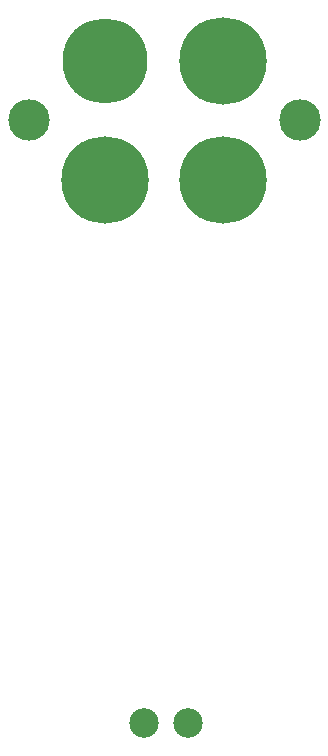
<source format=gbr>
G04 (created by PCBNEW (2013-may-18)-stable) date Вс 25 окт 2015 21:36:28*
%MOIN*%
G04 Gerber Fmt 3.4, Leading zero omitted, Abs format*
%FSLAX34Y34*%
G01*
G70*
G90*
G04 APERTURE LIST*
%ADD10C,0.00393701*%
%ADD11C,0.283465*%
%ADD12C,0.291339*%
%ADD13C,0.137795*%
%ADD14C,0.0984252*%
G04 APERTURE END LIST*
G54D10*
G54D11*
X9640Y-8254D03*
G54D12*
X13577Y-8254D03*
X9640Y-12191D03*
X13577Y-12191D03*
G54D13*
X7081Y-10222D03*
X16137Y-10222D03*
G54D14*
X10925Y-30314D03*
X12401Y-30314D03*
M02*

</source>
